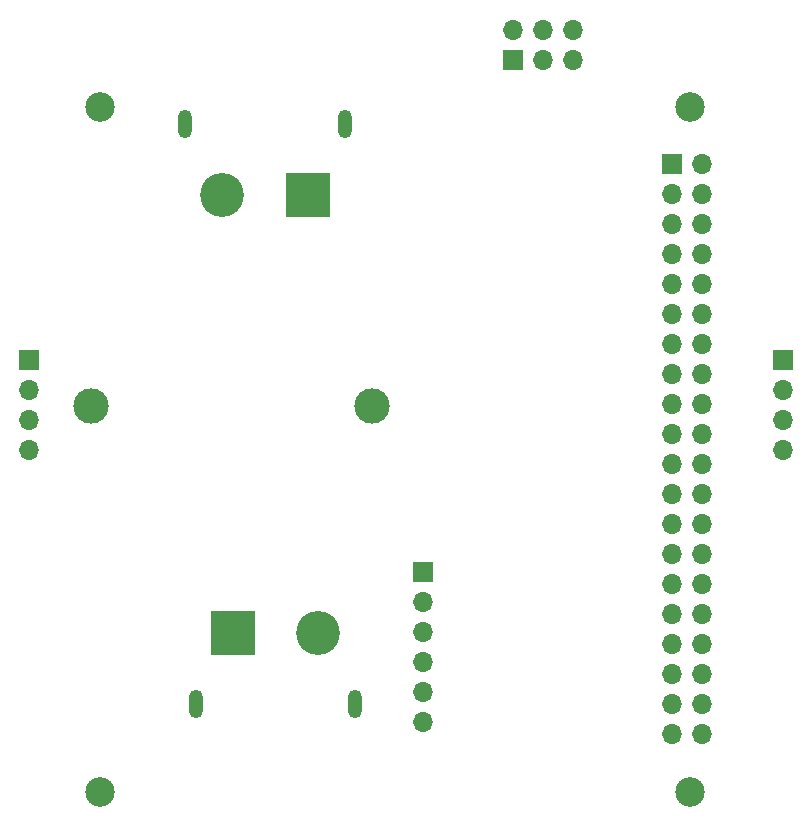
<source format=gbr>
%TF.GenerationSoftware,KiCad,Pcbnew,7.0.2-0*%
%TF.CreationDate,2023-05-05T21:51:11-04:00*%
%TF.ProjectId,Pi_HAT_V4,50695f48-4154-45f5-9634-2e6b69636164,rev?*%
%TF.SameCoordinates,Original*%
%TF.FileFunction,Soldermask,Top*%
%TF.FilePolarity,Negative*%
%FSLAX46Y46*%
G04 Gerber Fmt 4.6, Leading zero omitted, Abs format (unit mm)*
G04 Created by KiCad (PCBNEW 7.0.2-0) date 2023-05-05 21:51:11*
%MOMM*%
%LPD*%
G01*
G04 APERTURE LIST*
%ADD10R,1.700000X1.700000*%
%ADD11O,1.700000X1.700000*%
%ADD12C,2.500000*%
%ADD13R,3.716000X3.716000*%
%ADD14C,3.716000*%
%ADD15O,1.200000X2.400000*%
%ADD16C,3.000000*%
G04 APERTURE END LIST*
D10*
%TO.C,J3*%
X137475000Y-70525000D03*
D11*
X137475000Y-67985000D03*
X140015000Y-70525000D03*
X140015000Y-67985000D03*
X142555000Y-70525000D03*
X142555000Y-67985000D03*
%TD*%
D12*
%TO.C,H1*%
X152500000Y-74500000D03*
%TD*%
%TO.C,H2*%
X102500000Y-74500000D03*
%TD*%
%TO.C,H3*%
X102500000Y-132500000D03*
%TD*%
D10*
%TO.C,J1*%
X129900000Y-113950000D03*
D11*
X129900000Y-116490000D03*
X129900000Y-119030000D03*
X129900000Y-121570000D03*
X129900000Y-124110000D03*
X129900000Y-126650000D03*
%TD*%
D12*
%TO.C,H4*%
X152500000Y-132500000D03*
%TD*%
D10*
%TO.C,J2*%
X151000000Y-79400000D03*
D11*
X153540000Y-79400000D03*
X151000000Y-81940000D03*
X153540000Y-81940000D03*
X151000000Y-84480000D03*
X153540000Y-84480000D03*
X151000000Y-87020000D03*
X153540000Y-87020000D03*
X151000000Y-89560000D03*
X153540000Y-89560000D03*
X151000000Y-92100000D03*
X153540000Y-92100000D03*
X151000000Y-94640000D03*
X153540000Y-94640000D03*
X151000000Y-97180000D03*
X153540000Y-97180000D03*
X151000000Y-99720000D03*
X153540000Y-99720000D03*
X151000000Y-102260000D03*
X153540000Y-102260000D03*
X151000000Y-104800000D03*
X153540000Y-104800000D03*
X151000000Y-107340000D03*
X153540000Y-107340000D03*
X151000000Y-109880000D03*
X153540000Y-109880000D03*
X151000000Y-112420000D03*
X153540000Y-112420000D03*
X151000000Y-114960000D03*
X153540000Y-114960000D03*
X151000000Y-117500000D03*
X153540000Y-117500000D03*
X151000000Y-120040000D03*
X153540000Y-120040000D03*
X151000000Y-122580000D03*
X153540000Y-122580000D03*
X151000000Y-125120000D03*
X153540000Y-125120000D03*
X151000000Y-127660000D03*
X153540000Y-127660000D03*
%TD*%
D10*
%TO.C,J4*%
X96550000Y-96000000D03*
D11*
X96550000Y-98540000D03*
X96550000Y-101080000D03*
X96550000Y-103620000D03*
%TD*%
D13*
%TO.C,J5*%
X120100000Y-82000000D03*
D14*
X112900000Y-82000000D03*
D15*
X123250000Y-76000000D03*
X109750000Y-76000000D03*
%TD*%
D13*
%TO.C,J8*%
X113800000Y-119100000D03*
D14*
X121000000Y-119100000D03*
D15*
X110650000Y-125100000D03*
X124150000Y-125100000D03*
%TD*%
D16*
%TO.C,L2*%
X101800000Y-99850000D03*
X125600000Y-99850000D03*
%TD*%
D10*
%TO.C,J6*%
X160350000Y-96000000D03*
D11*
X160350000Y-98540000D03*
X160350000Y-101080000D03*
X160350000Y-103620000D03*
%TD*%
M02*

</source>
